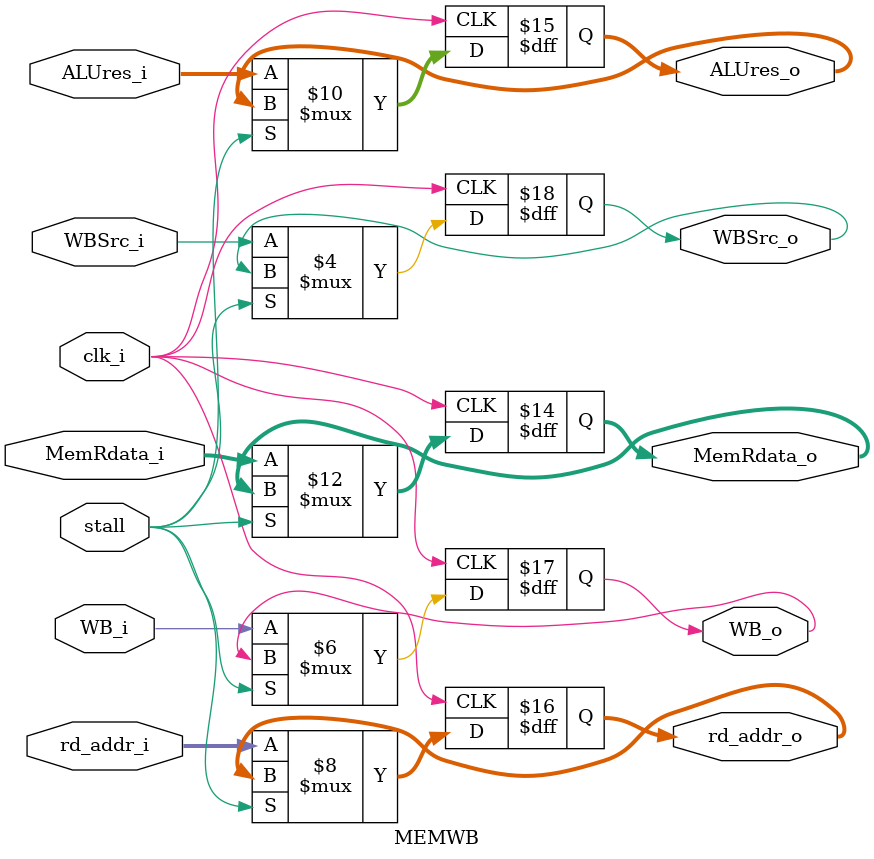
<source format=v>
module MEMWB(clk_i,WB_i,MemRdata_i,ALUres_i,rd_addr_i,WBSrc_i,stall,WB_o,MemRdata_o,ALUres_o,rd_addr_o,WBSrc_o);
    input [31:0] MemRdata_i,ALUres_i;
    input [4:0] rd_addr_i;
    input WB_i,WBSrc_i,clk_i,stall;
    output reg [31:0] MemRdata_o,ALUres_o;
    output reg [4:0] rd_addr_o;
    output reg WB_o,WBSrc_o;

    initial begin
        {MemRdata_o,ALUres_o,rd_addr_o,WB_o,WBSrc_o} <= 0;
    end

    always @ ( posedge clk_i ) begin
        if (~stall) begin
            WB_o <= WB_i;
            MemRdata_o <= MemRdata_i;
            ALUres_o <= ALUres_i;
            rd_addr_o <= rd_addr_i;
            WBSrc_o <= WBSrc_i;
        end
    end
    
endmodule

</source>
